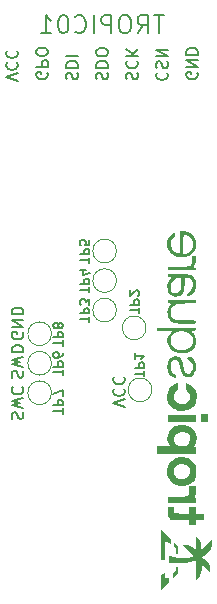
<source format=gbr>
%TF.GenerationSoftware,KiCad,Pcbnew,8.0.7+1*%
%TF.CreationDate,2025-02-11T11:57:01+01:00*%
%TF.ProjectId,ts13_dev_kit,74733133-5f64-4657-965f-6b69742e6b69,rev?*%
%TF.SameCoordinates,Original*%
%TF.FileFunction,Legend,Bot*%
%TF.FilePolarity,Positive*%
%FSLAX46Y46*%
G04 Gerber Fmt 4.6, Leading zero omitted, Abs format (unit mm)*
G04 Created by KiCad (PCBNEW 8.0.7+1) date 2025-02-11 11:57:01*
%MOMM*%
%LPD*%
G01*
G04 APERTURE LIST*
%ADD10C,0.150000*%
%ADD11C,0.200000*%
%ADD12C,0.120000*%
%ADD13C,0.000000*%
G04 APERTURE END LIST*
D10*
X122427800Y-88710839D02*
X122380180Y-88567982D01*
X122380180Y-88567982D02*
X122380180Y-88329887D01*
X122380180Y-88329887D02*
X122427800Y-88234649D01*
X122427800Y-88234649D02*
X122475419Y-88187030D01*
X122475419Y-88187030D02*
X122570657Y-88139411D01*
X122570657Y-88139411D02*
X122665895Y-88139411D01*
X122665895Y-88139411D02*
X122761133Y-88187030D01*
X122761133Y-88187030D02*
X122808752Y-88234649D01*
X122808752Y-88234649D02*
X122856371Y-88329887D01*
X122856371Y-88329887D02*
X122903990Y-88520363D01*
X122903990Y-88520363D02*
X122951609Y-88615601D01*
X122951609Y-88615601D02*
X122999228Y-88663220D01*
X122999228Y-88663220D02*
X123094466Y-88710839D01*
X123094466Y-88710839D02*
X123189704Y-88710839D01*
X123189704Y-88710839D02*
X123284942Y-88663220D01*
X123284942Y-88663220D02*
X123332561Y-88615601D01*
X123332561Y-88615601D02*
X123380180Y-88520363D01*
X123380180Y-88520363D02*
X123380180Y-88282268D01*
X123380180Y-88282268D02*
X123332561Y-88139411D01*
X123380180Y-87806077D02*
X122380180Y-87567982D01*
X122380180Y-87567982D02*
X123094466Y-87377506D01*
X123094466Y-87377506D02*
X122380180Y-87187030D01*
X122380180Y-87187030D02*
X123380180Y-86948935D01*
X122475419Y-85996554D02*
X122427800Y-86044173D01*
X122427800Y-86044173D02*
X122380180Y-86187030D01*
X122380180Y-86187030D02*
X122380180Y-86282268D01*
X122380180Y-86282268D02*
X122427800Y-86425125D01*
X122427800Y-86425125D02*
X122523038Y-86520363D01*
X122523038Y-86520363D02*
X122618276Y-86567982D01*
X122618276Y-86567982D02*
X122808752Y-86615601D01*
X122808752Y-86615601D02*
X122951609Y-86615601D01*
X122951609Y-86615601D02*
X123142085Y-86567982D01*
X123142085Y-86567982D02*
X123237323Y-86520363D01*
X123237323Y-86520363D02*
X123332561Y-86425125D01*
X123332561Y-86425125D02*
X123380180Y-86282268D01*
X123380180Y-86282268D02*
X123380180Y-86187030D01*
X123380180Y-86187030D02*
X123332561Y-86044173D01*
X123332561Y-86044173D02*
X123284942Y-85996554D01*
X132112800Y-59960839D02*
X132065180Y-59817982D01*
X132065180Y-59817982D02*
X132065180Y-59579887D01*
X132065180Y-59579887D02*
X132112800Y-59484649D01*
X132112800Y-59484649D02*
X132160419Y-59437030D01*
X132160419Y-59437030D02*
X132255657Y-59389411D01*
X132255657Y-59389411D02*
X132350895Y-59389411D01*
X132350895Y-59389411D02*
X132446133Y-59437030D01*
X132446133Y-59437030D02*
X132493752Y-59484649D01*
X132493752Y-59484649D02*
X132541371Y-59579887D01*
X132541371Y-59579887D02*
X132588990Y-59770363D01*
X132588990Y-59770363D02*
X132636609Y-59865601D01*
X132636609Y-59865601D02*
X132684228Y-59913220D01*
X132684228Y-59913220D02*
X132779466Y-59960839D01*
X132779466Y-59960839D02*
X132874704Y-59960839D01*
X132874704Y-59960839D02*
X132969942Y-59913220D01*
X132969942Y-59913220D02*
X133017561Y-59865601D01*
X133017561Y-59865601D02*
X133065180Y-59770363D01*
X133065180Y-59770363D02*
X133065180Y-59532268D01*
X133065180Y-59532268D02*
X133017561Y-59389411D01*
X132160419Y-58389411D02*
X132112800Y-58437030D01*
X132112800Y-58437030D02*
X132065180Y-58579887D01*
X132065180Y-58579887D02*
X132065180Y-58675125D01*
X132065180Y-58675125D02*
X132112800Y-58817982D01*
X132112800Y-58817982D02*
X132208038Y-58913220D01*
X132208038Y-58913220D02*
X132303276Y-58960839D01*
X132303276Y-58960839D02*
X132493752Y-59008458D01*
X132493752Y-59008458D02*
X132636609Y-59008458D01*
X132636609Y-59008458D02*
X132827085Y-58960839D01*
X132827085Y-58960839D02*
X132922323Y-58913220D01*
X132922323Y-58913220D02*
X133017561Y-58817982D01*
X133017561Y-58817982D02*
X133065180Y-58675125D01*
X133065180Y-58675125D02*
X133065180Y-58579887D01*
X133065180Y-58579887D02*
X133017561Y-58437030D01*
X133017561Y-58437030D02*
X132969942Y-58389411D01*
X132065180Y-57960839D02*
X133065180Y-57960839D01*
X132065180Y-57389411D02*
X132636609Y-57817982D01*
X133065180Y-57389411D02*
X132493752Y-57960839D01*
X122427800Y-85210839D02*
X122380180Y-85067982D01*
X122380180Y-85067982D02*
X122380180Y-84829887D01*
X122380180Y-84829887D02*
X122427800Y-84734649D01*
X122427800Y-84734649D02*
X122475419Y-84687030D01*
X122475419Y-84687030D02*
X122570657Y-84639411D01*
X122570657Y-84639411D02*
X122665895Y-84639411D01*
X122665895Y-84639411D02*
X122761133Y-84687030D01*
X122761133Y-84687030D02*
X122808752Y-84734649D01*
X122808752Y-84734649D02*
X122856371Y-84829887D01*
X122856371Y-84829887D02*
X122903990Y-85020363D01*
X122903990Y-85020363D02*
X122951609Y-85115601D01*
X122951609Y-85115601D02*
X122999228Y-85163220D01*
X122999228Y-85163220D02*
X123094466Y-85210839D01*
X123094466Y-85210839D02*
X123189704Y-85210839D01*
X123189704Y-85210839D02*
X123284942Y-85163220D01*
X123284942Y-85163220D02*
X123332561Y-85115601D01*
X123332561Y-85115601D02*
X123380180Y-85020363D01*
X123380180Y-85020363D02*
X123380180Y-84782268D01*
X123380180Y-84782268D02*
X123332561Y-84639411D01*
X123380180Y-84306077D02*
X122380180Y-84067982D01*
X122380180Y-84067982D02*
X123094466Y-83877506D01*
X123094466Y-83877506D02*
X122380180Y-83687030D01*
X122380180Y-83687030D02*
X123380180Y-83448935D01*
X122380180Y-83067982D02*
X123380180Y-83067982D01*
X123380180Y-83067982D02*
X123380180Y-82829887D01*
X123380180Y-82829887D02*
X123332561Y-82687030D01*
X123332561Y-82687030D02*
X123237323Y-82591792D01*
X123237323Y-82591792D02*
X123142085Y-82544173D01*
X123142085Y-82544173D02*
X122951609Y-82496554D01*
X122951609Y-82496554D02*
X122808752Y-82496554D01*
X122808752Y-82496554D02*
X122618276Y-82544173D01*
X122618276Y-82544173D02*
X122523038Y-82591792D01*
X122523038Y-82591792D02*
X122427800Y-82687030D01*
X122427800Y-82687030D02*
X122380180Y-82829887D01*
X122380180Y-82829887D02*
X122380180Y-83067982D01*
X131980180Y-87716077D02*
X130980180Y-87382744D01*
X130980180Y-87382744D02*
X131980180Y-87049411D01*
X131075419Y-86144649D02*
X131027800Y-86192268D01*
X131027800Y-86192268D02*
X130980180Y-86335125D01*
X130980180Y-86335125D02*
X130980180Y-86430363D01*
X130980180Y-86430363D02*
X131027800Y-86573220D01*
X131027800Y-86573220D02*
X131123038Y-86668458D01*
X131123038Y-86668458D02*
X131218276Y-86716077D01*
X131218276Y-86716077D02*
X131408752Y-86763696D01*
X131408752Y-86763696D02*
X131551609Y-86763696D01*
X131551609Y-86763696D02*
X131742085Y-86716077D01*
X131742085Y-86716077D02*
X131837323Y-86668458D01*
X131837323Y-86668458D02*
X131932561Y-86573220D01*
X131932561Y-86573220D02*
X131980180Y-86430363D01*
X131980180Y-86430363D02*
X131980180Y-86335125D01*
X131980180Y-86335125D02*
X131932561Y-86192268D01*
X131932561Y-86192268D02*
X131884942Y-86144649D01*
X131075419Y-85144649D02*
X131027800Y-85192268D01*
X131027800Y-85192268D02*
X130980180Y-85335125D01*
X130980180Y-85335125D02*
X130980180Y-85430363D01*
X130980180Y-85430363D02*
X131027800Y-85573220D01*
X131027800Y-85573220D02*
X131123038Y-85668458D01*
X131123038Y-85668458D02*
X131218276Y-85716077D01*
X131218276Y-85716077D02*
X131408752Y-85763696D01*
X131408752Y-85763696D02*
X131551609Y-85763696D01*
X131551609Y-85763696D02*
X131742085Y-85716077D01*
X131742085Y-85716077D02*
X131837323Y-85668458D01*
X131837323Y-85668458D02*
X131932561Y-85573220D01*
X131932561Y-85573220D02*
X131980180Y-85430363D01*
X131980180Y-85430363D02*
X131980180Y-85335125D01*
X131980180Y-85335125D02*
X131932561Y-85192268D01*
X131932561Y-85192268D02*
X131884942Y-85144649D01*
X138097561Y-59389411D02*
X138145180Y-59484649D01*
X138145180Y-59484649D02*
X138145180Y-59627506D01*
X138145180Y-59627506D02*
X138097561Y-59770363D01*
X138097561Y-59770363D02*
X138002323Y-59865601D01*
X138002323Y-59865601D02*
X137907085Y-59913220D01*
X137907085Y-59913220D02*
X137716609Y-59960839D01*
X137716609Y-59960839D02*
X137573752Y-59960839D01*
X137573752Y-59960839D02*
X137383276Y-59913220D01*
X137383276Y-59913220D02*
X137288038Y-59865601D01*
X137288038Y-59865601D02*
X137192800Y-59770363D01*
X137192800Y-59770363D02*
X137145180Y-59627506D01*
X137145180Y-59627506D02*
X137145180Y-59532268D01*
X137145180Y-59532268D02*
X137192800Y-59389411D01*
X137192800Y-59389411D02*
X137240419Y-59341792D01*
X137240419Y-59341792D02*
X137573752Y-59341792D01*
X137573752Y-59341792D02*
X137573752Y-59532268D01*
X137145180Y-58913220D02*
X138145180Y-58913220D01*
X138145180Y-58913220D02*
X137145180Y-58341792D01*
X137145180Y-58341792D02*
X138145180Y-58341792D01*
X137145180Y-57865601D02*
X138145180Y-57865601D01*
X138145180Y-57865601D02*
X138145180Y-57627506D01*
X138145180Y-57627506D02*
X138097561Y-57484649D01*
X138097561Y-57484649D02*
X138002323Y-57389411D01*
X138002323Y-57389411D02*
X137907085Y-57341792D01*
X137907085Y-57341792D02*
X137716609Y-57294173D01*
X137716609Y-57294173D02*
X137573752Y-57294173D01*
X137573752Y-57294173D02*
X137383276Y-57341792D01*
X137383276Y-57341792D02*
X137288038Y-57389411D01*
X137288038Y-57389411D02*
X137192800Y-57484649D01*
X137192800Y-57484649D02*
X137145180Y-57627506D01*
X137145180Y-57627506D02*
X137145180Y-57865601D01*
D11*
X135249999Y-54556028D02*
X134392857Y-54556028D01*
X134821428Y-56056028D02*
X134821428Y-54556028D01*
X133035714Y-56056028D02*
X133535714Y-55341742D01*
X133892857Y-56056028D02*
X133892857Y-54556028D01*
X133892857Y-54556028D02*
X133321428Y-54556028D01*
X133321428Y-54556028D02*
X133178571Y-54627457D01*
X133178571Y-54627457D02*
X133107142Y-54698885D01*
X133107142Y-54698885D02*
X133035714Y-54841742D01*
X133035714Y-54841742D02*
X133035714Y-55056028D01*
X133035714Y-55056028D02*
X133107142Y-55198885D01*
X133107142Y-55198885D02*
X133178571Y-55270314D01*
X133178571Y-55270314D02*
X133321428Y-55341742D01*
X133321428Y-55341742D02*
X133892857Y-55341742D01*
X132107142Y-54556028D02*
X131821428Y-54556028D01*
X131821428Y-54556028D02*
X131678571Y-54627457D01*
X131678571Y-54627457D02*
X131535714Y-54770314D01*
X131535714Y-54770314D02*
X131464285Y-55056028D01*
X131464285Y-55056028D02*
X131464285Y-55556028D01*
X131464285Y-55556028D02*
X131535714Y-55841742D01*
X131535714Y-55841742D02*
X131678571Y-55984600D01*
X131678571Y-55984600D02*
X131821428Y-56056028D01*
X131821428Y-56056028D02*
X132107142Y-56056028D01*
X132107142Y-56056028D02*
X132250000Y-55984600D01*
X132250000Y-55984600D02*
X132392857Y-55841742D01*
X132392857Y-55841742D02*
X132464285Y-55556028D01*
X132464285Y-55556028D02*
X132464285Y-55056028D01*
X132464285Y-55056028D02*
X132392857Y-54770314D01*
X132392857Y-54770314D02*
X132250000Y-54627457D01*
X132250000Y-54627457D02*
X132107142Y-54556028D01*
X130821428Y-56056028D02*
X130821428Y-54556028D01*
X130821428Y-54556028D02*
X130249999Y-54556028D01*
X130249999Y-54556028D02*
X130107142Y-54627457D01*
X130107142Y-54627457D02*
X130035713Y-54698885D01*
X130035713Y-54698885D02*
X129964285Y-54841742D01*
X129964285Y-54841742D02*
X129964285Y-55056028D01*
X129964285Y-55056028D02*
X130035713Y-55198885D01*
X130035713Y-55198885D02*
X130107142Y-55270314D01*
X130107142Y-55270314D02*
X130249999Y-55341742D01*
X130249999Y-55341742D02*
X130821428Y-55341742D01*
X129321428Y-56056028D02*
X129321428Y-54556028D01*
X127749999Y-55913171D02*
X127821427Y-55984600D01*
X127821427Y-55984600D02*
X128035713Y-56056028D01*
X128035713Y-56056028D02*
X128178570Y-56056028D01*
X128178570Y-56056028D02*
X128392856Y-55984600D01*
X128392856Y-55984600D02*
X128535713Y-55841742D01*
X128535713Y-55841742D02*
X128607142Y-55698885D01*
X128607142Y-55698885D02*
X128678570Y-55413171D01*
X128678570Y-55413171D02*
X128678570Y-55198885D01*
X128678570Y-55198885D02*
X128607142Y-54913171D01*
X128607142Y-54913171D02*
X128535713Y-54770314D01*
X128535713Y-54770314D02*
X128392856Y-54627457D01*
X128392856Y-54627457D02*
X128178570Y-54556028D01*
X128178570Y-54556028D02*
X128035713Y-54556028D01*
X128035713Y-54556028D02*
X127821427Y-54627457D01*
X127821427Y-54627457D02*
X127749999Y-54698885D01*
X126821427Y-54556028D02*
X126678570Y-54556028D01*
X126678570Y-54556028D02*
X126535713Y-54627457D01*
X126535713Y-54627457D02*
X126464285Y-54698885D01*
X126464285Y-54698885D02*
X126392856Y-54841742D01*
X126392856Y-54841742D02*
X126321427Y-55127457D01*
X126321427Y-55127457D02*
X126321427Y-55484600D01*
X126321427Y-55484600D02*
X126392856Y-55770314D01*
X126392856Y-55770314D02*
X126464285Y-55913171D01*
X126464285Y-55913171D02*
X126535713Y-55984600D01*
X126535713Y-55984600D02*
X126678570Y-56056028D01*
X126678570Y-56056028D02*
X126821427Y-56056028D01*
X126821427Y-56056028D02*
X126964285Y-55984600D01*
X126964285Y-55984600D02*
X127035713Y-55913171D01*
X127035713Y-55913171D02*
X127107142Y-55770314D01*
X127107142Y-55770314D02*
X127178570Y-55484600D01*
X127178570Y-55484600D02*
X127178570Y-55127457D01*
X127178570Y-55127457D02*
X127107142Y-54841742D01*
X127107142Y-54841742D02*
X127035713Y-54698885D01*
X127035713Y-54698885D02*
X126964285Y-54627457D01*
X126964285Y-54627457D02*
X126821427Y-54556028D01*
X124892856Y-56056028D02*
X125749999Y-56056028D01*
X125321428Y-56056028D02*
X125321428Y-54556028D01*
X125321428Y-54556028D02*
X125464285Y-54770314D01*
X125464285Y-54770314D02*
X125607142Y-54913171D01*
X125607142Y-54913171D02*
X125749999Y-54984600D01*
D10*
X129572800Y-59960839D02*
X129525180Y-59817982D01*
X129525180Y-59817982D02*
X129525180Y-59579887D01*
X129525180Y-59579887D02*
X129572800Y-59484649D01*
X129572800Y-59484649D02*
X129620419Y-59437030D01*
X129620419Y-59437030D02*
X129715657Y-59389411D01*
X129715657Y-59389411D02*
X129810895Y-59389411D01*
X129810895Y-59389411D02*
X129906133Y-59437030D01*
X129906133Y-59437030D02*
X129953752Y-59484649D01*
X129953752Y-59484649D02*
X130001371Y-59579887D01*
X130001371Y-59579887D02*
X130048990Y-59770363D01*
X130048990Y-59770363D02*
X130096609Y-59865601D01*
X130096609Y-59865601D02*
X130144228Y-59913220D01*
X130144228Y-59913220D02*
X130239466Y-59960839D01*
X130239466Y-59960839D02*
X130334704Y-59960839D01*
X130334704Y-59960839D02*
X130429942Y-59913220D01*
X130429942Y-59913220D02*
X130477561Y-59865601D01*
X130477561Y-59865601D02*
X130525180Y-59770363D01*
X130525180Y-59770363D02*
X130525180Y-59532268D01*
X130525180Y-59532268D02*
X130477561Y-59389411D01*
X129525180Y-58960839D02*
X130525180Y-58960839D01*
X130525180Y-58960839D02*
X130525180Y-58722744D01*
X130525180Y-58722744D02*
X130477561Y-58579887D01*
X130477561Y-58579887D02*
X130382323Y-58484649D01*
X130382323Y-58484649D02*
X130287085Y-58437030D01*
X130287085Y-58437030D02*
X130096609Y-58389411D01*
X130096609Y-58389411D02*
X129953752Y-58389411D01*
X129953752Y-58389411D02*
X129763276Y-58437030D01*
X129763276Y-58437030D02*
X129668038Y-58484649D01*
X129668038Y-58484649D02*
X129572800Y-58579887D01*
X129572800Y-58579887D02*
X129525180Y-58722744D01*
X129525180Y-58722744D02*
X129525180Y-58960839D01*
X130525180Y-57770363D02*
X130525180Y-57579887D01*
X130525180Y-57579887D02*
X130477561Y-57484649D01*
X130477561Y-57484649D02*
X130382323Y-57389411D01*
X130382323Y-57389411D02*
X130191847Y-57341792D01*
X130191847Y-57341792D02*
X129858514Y-57341792D01*
X129858514Y-57341792D02*
X129668038Y-57389411D01*
X129668038Y-57389411D02*
X129572800Y-57484649D01*
X129572800Y-57484649D02*
X129525180Y-57579887D01*
X129525180Y-57579887D02*
X129525180Y-57770363D01*
X129525180Y-57770363D02*
X129572800Y-57865601D01*
X129572800Y-57865601D02*
X129668038Y-57960839D01*
X129668038Y-57960839D02*
X129858514Y-58008458D01*
X129858514Y-58008458D02*
X130191847Y-58008458D01*
X130191847Y-58008458D02*
X130382323Y-57960839D01*
X130382323Y-57960839D02*
X130477561Y-57865601D01*
X130477561Y-57865601D02*
X130525180Y-57770363D01*
X122905180Y-60094599D02*
X121905180Y-59761266D01*
X121905180Y-59761266D02*
X122905180Y-59427933D01*
X122000419Y-58523171D02*
X121952800Y-58570790D01*
X121952800Y-58570790D02*
X121905180Y-58713647D01*
X121905180Y-58713647D02*
X121905180Y-58808885D01*
X121905180Y-58808885D02*
X121952800Y-58951742D01*
X121952800Y-58951742D02*
X122048038Y-59046980D01*
X122048038Y-59046980D02*
X122143276Y-59094599D01*
X122143276Y-59094599D02*
X122333752Y-59142218D01*
X122333752Y-59142218D02*
X122476609Y-59142218D01*
X122476609Y-59142218D02*
X122667085Y-59094599D01*
X122667085Y-59094599D02*
X122762323Y-59046980D01*
X122762323Y-59046980D02*
X122857561Y-58951742D01*
X122857561Y-58951742D02*
X122905180Y-58808885D01*
X122905180Y-58808885D02*
X122905180Y-58713647D01*
X122905180Y-58713647D02*
X122857561Y-58570790D01*
X122857561Y-58570790D02*
X122809942Y-58523171D01*
X122000419Y-57523171D02*
X121952800Y-57570790D01*
X121952800Y-57570790D02*
X121905180Y-57713647D01*
X121905180Y-57713647D02*
X121905180Y-57808885D01*
X121905180Y-57808885D02*
X121952800Y-57951742D01*
X121952800Y-57951742D02*
X122048038Y-58046980D01*
X122048038Y-58046980D02*
X122143276Y-58094599D01*
X122143276Y-58094599D02*
X122333752Y-58142218D01*
X122333752Y-58142218D02*
X122476609Y-58142218D01*
X122476609Y-58142218D02*
X122667085Y-58094599D01*
X122667085Y-58094599D02*
X122762323Y-58046980D01*
X122762323Y-58046980D02*
X122857561Y-57951742D01*
X122857561Y-57951742D02*
X122905180Y-57808885D01*
X122905180Y-57808885D02*
X122905180Y-57713647D01*
X122905180Y-57713647D02*
X122857561Y-57570790D01*
X122857561Y-57570790D02*
X122809942Y-57523171D01*
X127032800Y-59960839D02*
X126985180Y-59817982D01*
X126985180Y-59817982D02*
X126985180Y-59579887D01*
X126985180Y-59579887D02*
X127032800Y-59484649D01*
X127032800Y-59484649D02*
X127080419Y-59437030D01*
X127080419Y-59437030D02*
X127175657Y-59389411D01*
X127175657Y-59389411D02*
X127270895Y-59389411D01*
X127270895Y-59389411D02*
X127366133Y-59437030D01*
X127366133Y-59437030D02*
X127413752Y-59484649D01*
X127413752Y-59484649D02*
X127461371Y-59579887D01*
X127461371Y-59579887D02*
X127508990Y-59770363D01*
X127508990Y-59770363D02*
X127556609Y-59865601D01*
X127556609Y-59865601D02*
X127604228Y-59913220D01*
X127604228Y-59913220D02*
X127699466Y-59960839D01*
X127699466Y-59960839D02*
X127794704Y-59960839D01*
X127794704Y-59960839D02*
X127889942Y-59913220D01*
X127889942Y-59913220D02*
X127937561Y-59865601D01*
X127937561Y-59865601D02*
X127985180Y-59770363D01*
X127985180Y-59770363D02*
X127985180Y-59532268D01*
X127985180Y-59532268D02*
X127937561Y-59389411D01*
X126985180Y-58960839D02*
X127985180Y-58960839D01*
X127985180Y-58960839D02*
X127985180Y-58722744D01*
X127985180Y-58722744D02*
X127937561Y-58579887D01*
X127937561Y-58579887D02*
X127842323Y-58484649D01*
X127842323Y-58484649D02*
X127747085Y-58437030D01*
X127747085Y-58437030D02*
X127556609Y-58389411D01*
X127556609Y-58389411D02*
X127413752Y-58389411D01*
X127413752Y-58389411D02*
X127223276Y-58437030D01*
X127223276Y-58437030D02*
X127128038Y-58484649D01*
X127128038Y-58484649D02*
X127032800Y-58579887D01*
X127032800Y-58579887D02*
X126985180Y-58722744D01*
X126985180Y-58722744D02*
X126985180Y-58960839D01*
X126985180Y-57960839D02*
X127985180Y-57960839D01*
X123332561Y-81389411D02*
X123380180Y-81484649D01*
X123380180Y-81484649D02*
X123380180Y-81627506D01*
X123380180Y-81627506D02*
X123332561Y-81770363D01*
X123332561Y-81770363D02*
X123237323Y-81865601D01*
X123237323Y-81865601D02*
X123142085Y-81913220D01*
X123142085Y-81913220D02*
X122951609Y-81960839D01*
X122951609Y-81960839D02*
X122808752Y-81960839D01*
X122808752Y-81960839D02*
X122618276Y-81913220D01*
X122618276Y-81913220D02*
X122523038Y-81865601D01*
X122523038Y-81865601D02*
X122427800Y-81770363D01*
X122427800Y-81770363D02*
X122380180Y-81627506D01*
X122380180Y-81627506D02*
X122380180Y-81532268D01*
X122380180Y-81532268D02*
X122427800Y-81389411D01*
X122427800Y-81389411D02*
X122475419Y-81341792D01*
X122475419Y-81341792D02*
X122808752Y-81341792D01*
X122808752Y-81341792D02*
X122808752Y-81532268D01*
X122380180Y-80913220D02*
X123380180Y-80913220D01*
X123380180Y-80913220D02*
X122380180Y-80341792D01*
X122380180Y-80341792D02*
X123380180Y-80341792D01*
X122380180Y-79865601D02*
X123380180Y-79865601D01*
X123380180Y-79865601D02*
X123380180Y-79627506D01*
X123380180Y-79627506D02*
X123332561Y-79484649D01*
X123332561Y-79484649D02*
X123237323Y-79389411D01*
X123237323Y-79389411D02*
X123142085Y-79341792D01*
X123142085Y-79341792D02*
X122951609Y-79294173D01*
X122951609Y-79294173D02*
X122808752Y-79294173D01*
X122808752Y-79294173D02*
X122618276Y-79341792D01*
X122618276Y-79341792D02*
X122523038Y-79389411D01*
X122523038Y-79389411D02*
X122427800Y-79484649D01*
X122427800Y-79484649D02*
X122380180Y-79627506D01*
X122380180Y-79627506D02*
X122380180Y-79865601D01*
X134700419Y-59400963D02*
X134652800Y-59448582D01*
X134652800Y-59448582D02*
X134605180Y-59591439D01*
X134605180Y-59591439D02*
X134605180Y-59686677D01*
X134605180Y-59686677D02*
X134652800Y-59829534D01*
X134652800Y-59829534D02*
X134748038Y-59924772D01*
X134748038Y-59924772D02*
X134843276Y-59972391D01*
X134843276Y-59972391D02*
X135033752Y-60020010D01*
X135033752Y-60020010D02*
X135176609Y-60020010D01*
X135176609Y-60020010D02*
X135367085Y-59972391D01*
X135367085Y-59972391D02*
X135462323Y-59924772D01*
X135462323Y-59924772D02*
X135557561Y-59829534D01*
X135557561Y-59829534D02*
X135605180Y-59686677D01*
X135605180Y-59686677D02*
X135605180Y-59591439D01*
X135605180Y-59591439D02*
X135557561Y-59448582D01*
X135557561Y-59448582D02*
X135509942Y-59400963D01*
X134652800Y-59020010D02*
X134605180Y-58877153D01*
X134605180Y-58877153D02*
X134605180Y-58639058D01*
X134605180Y-58639058D02*
X134652800Y-58543820D01*
X134652800Y-58543820D02*
X134700419Y-58496201D01*
X134700419Y-58496201D02*
X134795657Y-58448582D01*
X134795657Y-58448582D02*
X134890895Y-58448582D01*
X134890895Y-58448582D02*
X134986133Y-58496201D01*
X134986133Y-58496201D02*
X135033752Y-58543820D01*
X135033752Y-58543820D02*
X135081371Y-58639058D01*
X135081371Y-58639058D02*
X135128990Y-58829534D01*
X135128990Y-58829534D02*
X135176609Y-58924772D01*
X135176609Y-58924772D02*
X135224228Y-58972391D01*
X135224228Y-58972391D02*
X135319466Y-59020010D01*
X135319466Y-59020010D02*
X135414704Y-59020010D01*
X135414704Y-59020010D02*
X135509942Y-58972391D01*
X135509942Y-58972391D02*
X135557561Y-58924772D01*
X135557561Y-58924772D02*
X135605180Y-58829534D01*
X135605180Y-58829534D02*
X135605180Y-58591439D01*
X135605180Y-58591439D02*
X135557561Y-58448582D01*
X134605180Y-58020010D02*
X135605180Y-58020010D01*
X135605180Y-58020010D02*
X134605180Y-57448582D01*
X134605180Y-57448582D02*
X135605180Y-57448582D01*
X125397561Y-59389411D02*
X125445180Y-59484649D01*
X125445180Y-59484649D02*
X125445180Y-59627506D01*
X125445180Y-59627506D02*
X125397561Y-59770363D01*
X125397561Y-59770363D02*
X125302323Y-59865601D01*
X125302323Y-59865601D02*
X125207085Y-59913220D01*
X125207085Y-59913220D02*
X125016609Y-59960839D01*
X125016609Y-59960839D02*
X124873752Y-59960839D01*
X124873752Y-59960839D02*
X124683276Y-59913220D01*
X124683276Y-59913220D02*
X124588038Y-59865601D01*
X124588038Y-59865601D02*
X124492800Y-59770363D01*
X124492800Y-59770363D02*
X124445180Y-59627506D01*
X124445180Y-59627506D02*
X124445180Y-59532268D01*
X124445180Y-59532268D02*
X124492800Y-59389411D01*
X124492800Y-59389411D02*
X124540419Y-59341792D01*
X124540419Y-59341792D02*
X124873752Y-59341792D01*
X124873752Y-59341792D02*
X124873752Y-59532268D01*
X124445180Y-58913220D02*
X125445180Y-58913220D01*
X125445180Y-58913220D02*
X125445180Y-58532268D01*
X125445180Y-58532268D02*
X125397561Y-58437030D01*
X125397561Y-58437030D02*
X125349942Y-58389411D01*
X125349942Y-58389411D02*
X125254704Y-58341792D01*
X125254704Y-58341792D02*
X125111847Y-58341792D01*
X125111847Y-58341792D02*
X125016609Y-58389411D01*
X125016609Y-58389411D02*
X124968990Y-58437030D01*
X124968990Y-58437030D02*
X124921371Y-58532268D01*
X124921371Y-58532268D02*
X124921371Y-58913220D01*
X125445180Y-57722744D02*
X125445180Y-57532268D01*
X125445180Y-57532268D02*
X125397561Y-57437030D01*
X125397561Y-57437030D02*
X125302323Y-57341792D01*
X125302323Y-57341792D02*
X125111847Y-57294173D01*
X125111847Y-57294173D02*
X124778514Y-57294173D01*
X124778514Y-57294173D02*
X124588038Y-57341792D01*
X124588038Y-57341792D02*
X124492800Y-57437030D01*
X124492800Y-57437030D02*
X124445180Y-57532268D01*
X124445180Y-57532268D02*
X124445180Y-57722744D01*
X124445180Y-57722744D02*
X124492800Y-57817982D01*
X124492800Y-57817982D02*
X124588038Y-57913220D01*
X124588038Y-57913220D02*
X124778514Y-57960839D01*
X124778514Y-57960839D02*
X125111847Y-57960839D01*
X125111847Y-57960839D02*
X125302323Y-57913220D01*
X125302323Y-57913220D02*
X125397561Y-57817982D01*
X125397561Y-57817982D02*
X125445180Y-57722744D01*
X126687704Y-85009523D02*
X126687704Y-84552380D01*
X125887704Y-84780952D02*
X126687704Y-84780952D01*
X125887704Y-84285713D02*
X126687704Y-84285713D01*
X126687704Y-84285713D02*
X126687704Y-83980951D01*
X126687704Y-83980951D02*
X126649609Y-83904761D01*
X126649609Y-83904761D02*
X126611514Y-83866666D01*
X126611514Y-83866666D02*
X126535323Y-83828570D01*
X126535323Y-83828570D02*
X126421038Y-83828570D01*
X126421038Y-83828570D02*
X126344847Y-83866666D01*
X126344847Y-83866666D02*
X126306752Y-83904761D01*
X126306752Y-83904761D02*
X126268657Y-83980951D01*
X126268657Y-83980951D02*
X126268657Y-84285713D01*
X126687704Y-83142856D02*
X126687704Y-83295237D01*
X126687704Y-83295237D02*
X126649609Y-83371428D01*
X126649609Y-83371428D02*
X126611514Y-83409523D01*
X126611514Y-83409523D02*
X126497228Y-83485713D01*
X126497228Y-83485713D02*
X126344847Y-83523809D01*
X126344847Y-83523809D02*
X126040085Y-83523809D01*
X126040085Y-83523809D02*
X125963895Y-83485713D01*
X125963895Y-83485713D02*
X125925800Y-83447618D01*
X125925800Y-83447618D02*
X125887704Y-83371428D01*
X125887704Y-83371428D02*
X125887704Y-83219047D01*
X125887704Y-83219047D02*
X125925800Y-83142856D01*
X125925800Y-83142856D02*
X125963895Y-83104761D01*
X125963895Y-83104761D02*
X126040085Y-83066666D01*
X126040085Y-83066666D02*
X126230561Y-83066666D01*
X126230561Y-83066666D02*
X126306752Y-83104761D01*
X126306752Y-83104761D02*
X126344847Y-83142856D01*
X126344847Y-83142856D02*
X126382942Y-83219047D01*
X126382942Y-83219047D02*
X126382942Y-83371428D01*
X126382942Y-83371428D02*
X126344847Y-83447618D01*
X126344847Y-83447618D02*
X126306752Y-83485713D01*
X126306752Y-83485713D02*
X126230561Y-83523809D01*
X133187704Y-79759523D02*
X133187704Y-79302380D01*
X132387704Y-79530952D02*
X133187704Y-79530952D01*
X132387704Y-79035713D02*
X133187704Y-79035713D01*
X133187704Y-79035713D02*
X133187704Y-78730951D01*
X133187704Y-78730951D02*
X133149609Y-78654761D01*
X133149609Y-78654761D02*
X133111514Y-78616666D01*
X133111514Y-78616666D02*
X133035323Y-78578570D01*
X133035323Y-78578570D02*
X132921038Y-78578570D01*
X132921038Y-78578570D02*
X132844847Y-78616666D01*
X132844847Y-78616666D02*
X132806752Y-78654761D01*
X132806752Y-78654761D02*
X132768657Y-78730951D01*
X132768657Y-78730951D02*
X132768657Y-79035713D01*
X133111514Y-78273809D02*
X133149609Y-78235713D01*
X133149609Y-78235713D02*
X133187704Y-78159523D01*
X133187704Y-78159523D02*
X133187704Y-77969047D01*
X133187704Y-77969047D02*
X133149609Y-77892856D01*
X133149609Y-77892856D02*
X133111514Y-77854761D01*
X133111514Y-77854761D02*
X133035323Y-77816666D01*
X133035323Y-77816666D02*
X132959133Y-77816666D01*
X132959133Y-77816666D02*
X132844847Y-77854761D01*
X132844847Y-77854761D02*
X132387704Y-78311904D01*
X132387704Y-78311904D02*
X132387704Y-77816666D01*
X128937704Y-78009523D02*
X128937704Y-77552380D01*
X128137704Y-77780952D02*
X128937704Y-77780952D01*
X128137704Y-77285713D02*
X128937704Y-77285713D01*
X128937704Y-77285713D02*
X128937704Y-76980951D01*
X128937704Y-76980951D02*
X128899609Y-76904761D01*
X128899609Y-76904761D02*
X128861514Y-76866666D01*
X128861514Y-76866666D02*
X128785323Y-76828570D01*
X128785323Y-76828570D02*
X128671038Y-76828570D01*
X128671038Y-76828570D02*
X128594847Y-76866666D01*
X128594847Y-76866666D02*
X128556752Y-76904761D01*
X128556752Y-76904761D02*
X128518657Y-76980951D01*
X128518657Y-76980951D02*
X128518657Y-77285713D01*
X128671038Y-76142856D02*
X128137704Y-76142856D01*
X128975800Y-76333332D02*
X128404371Y-76523809D01*
X128404371Y-76523809D02*
X128404371Y-76028570D01*
X128937704Y-75509523D02*
X128937704Y-75052380D01*
X128137704Y-75280952D02*
X128937704Y-75280952D01*
X128137704Y-74785713D02*
X128937704Y-74785713D01*
X128937704Y-74785713D02*
X128937704Y-74480951D01*
X128937704Y-74480951D02*
X128899609Y-74404761D01*
X128899609Y-74404761D02*
X128861514Y-74366666D01*
X128861514Y-74366666D02*
X128785323Y-74328570D01*
X128785323Y-74328570D02*
X128671038Y-74328570D01*
X128671038Y-74328570D02*
X128594847Y-74366666D01*
X128594847Y-74366666D02*
X128556752Y-74404761D01*
X128556752Y-74404761D02*
X128518657Y-74480951D01*
X128518657Y-74480951D02*
X128518657Y-74785713D01*
X128937704Y-73604761D02*
X128937704Y-73985713D01*
X128937704Y-73985713D02*
X128556752Y-74023809D01*
X128556752Y-74023809D02*
X128594847Y-73985713D01*
X128594847Y-73985713D02*
X128632942Y-73909523D01*
X128632942Y-73909523D02*
X128632942Y-73719047D01*
X128632942Y-73719047D02*
X128594847Y-73642856D01*
X128594847Y-73642856D02*
X128556752Y-73604761D01*
X128556752Y-73604761D02*
X128480561Y-73566666D01*
X128480561Y-73566666D02*
X128290085Y-73566666D01*
X128290085Y-73566666D02*
X128213895Y-73604761D01*
X128213895Y-73604761D02*
X128175800Y-73642856D01*
X128175800Y-73642856D02*
X128137704Y-73719047D01*
X128137704Y-73719047D02*
X128137704Y-73909523D01*
X128137704Y-73909523D02*
X128175800Y-73985713D01*
X128175800Y-73985713D02*
X128213895Y-74023809D01*
X126687704Y-88259523D02*
X126687704Y-87802380D01*
X125887704Y-88030952D02*
X126687704Y-88030952D01*
X125887704Y-87535713D02*
X126687704Y-87535713D01*
X126687704Y-87535713D02*
X126687704Y-87230951D01*
X126687704Y-87230951D02*
X126649609Y-87154761D01*
X126649609Y-87154761D02*
X126611514Y-87116666D01*
X126611514Y-87116666D02*
X126535323Y-87078570D01*
X126535323Y-87078570D02*
X126421038Y-87078570D01*
X126421038Y-87078570D02*
X126344847Y-87116666D01*
X126344847Y-87116666D02*
X126306752Y-87154761D01*
X126306752Y-87154761D02*
X126268657Y-87230951D01*
X126268657Y-87230951D02*
X126268657Y-87535713D01*
X126687704Y-86811904D02*
X126687704Y-86278570D01*
X126687704Y-86278570D02*
X125887704Y-86621428D01*
X126687704Y-82509523D02*
X126687704Y-82052380D01*
X125887704Y-82280952D02*
X126687704Y-82280952D01*
X125887704Y-81785713D02*
X126687704Y-81785713D01*
X126687704Y-81785713D02*
X126687704Y-81480951D01*
X126687704Y-81480951D02*
X126649609Y-81404761D01*
X126649609Y-81404761D02*
X126611514Y-81366666D01*
X126611514Y-81366666D02*
X126535323Y-81328570D01*
X126535323Y-81328570D02*
X126421038Y-81328570D01*
X126421038Y-81328570D02*
X126344847Y-81366666D01*
X126344847Y-81366666D02*
X126306752Y-81404761D01*
X126306752Y-81404761D02*
X126268657Y-81480951D01*
X126268657Y-81480951D02*
X126268657Y-81785713D01*
X126344847Y-80871428D02*
X126382942Y-80947618D01*
X126382942Y-80947618D02*
X126421038Y-80985713D01*
X126421038Y-80985713D02*
X126497228Y-81023809D01*
X126497228Y-81023809D02*
X126535323Y-81023809D01*
X126535323Y-81023809D02*
X126611514Y-80985713D01*
X126611514Y-80985713D02*
X126649609Y-80947618D01*
X126649609Y-80947618D02*
X126687704Y-80871428D01*
X126687704Y-80871428D02*
X126687704Y-80719047D01*
X126687704Y-80719047D02*
X126649609Y-80642856D01*
X126649609Y-80642856D02*
X126611514Y-80604761D01*
X126611514Y-80604761D02*
X126535323Y-80566666D01*
X126535323Y-80566666D02*
X126497228Y-80566666D01*
X126497228Y-80566666D02*
X126421038Y-80604761D01*
X126421038Y-80604761D02*
X126382942Y-80642856D01*
X126382942Y-80642856D02*
X126344847Y-80719047D01*
X126344847Y-80719047D02*
X126344847Y-80871428D01*
X126344847Y-80871428D02*
X126306752Y-80947618D01*
X126306752Y-80947618D02*
X126268657Y-80985713D01*
X126268657Y-80985713D02*
X126192466Y-81023809D01*
X126192466Y-81023809D02*
X126040085Y-81023809D01*
X126040085Y-81023809D02*
X125963895Y-80985713D01*
X125963895Y-80985713D02*
X125925800Y-80947618D01*
X125925800Y-80947618D02*
X125887704Y-80871428D01*
X125887704Y-80871428D02*
X125887704Y-80719047D01*
X125887704Y-80719047D02*
X125925800Y-80642856D01*
X125925800Y-80642856D02*
X125963895Y-80604761D01*
X125963895Y-80604761D02*
X126040085Y-80566666D01*
X126040085Y-80566666D02*
X126192466Y-80566666D01*
X126192466Y-80566666D02*
X126268657Y-80604761D01*
X126268657Y-80604761D02*
X126306752Y-80642856D01*
X126306752Y-80642856D02*
X126344847Y-80719047D01*
X128937704Y-80509523D02*
X128937704Y-80052380D01*
X128137704Y-80280952D02*
X128937704Y-80280952D01*
X128137704Y-79785713D02*
X128937704Y-79785713D01*
X128937704Y-79785713D02*
X128937704Y-79480951D01*
X128937704Y-79480951D02*
X128899609Y-79404761D01*
X128899609Y-79404761D02*
X128861514Y-79366666D01*
X128861514Y-79366666D02*
X128785323Y-79328570D01*
X128785323Y-79328570D02*
X128671038Y-79328570D01*
X128671038Y-79328570D02*
X128594847Y-79366666D01*
X128594847Y-79366666D02*
X128556752Y-79404761D01*
X128556752Y-79404761D02*
X128518657Y-79480951D01*
X128518657Y-79480951D02*
X128518657Y-79785713D01*
X128937704Y-79061904D02*
X128937704Y-78566666D01*
X128937704Y-78566666D02*
X128632942Y-78833332D01*
X128632942Y-78833332D02*
X128632942Y-78719047D01*
X128632942Y-78719047D02*
X128594847Y-78642856D01*
X128594847Y-78642856D02*
X128556752Y-78604761D01*
X128556752Y-78604761D02*
X128480561Y-78566666D01*
X128480561Y-78566666D02*
X128290085Y-78566666D01*
X128290085Y-78566666D02*
X128213895Y-78604761D01*
X128213895Y-78604761D02*
X128175800Y-78642856D01*
X128175800Y-78642856D02*
X128137704Y-78719047D01*
X128137704Y-78719047D02*
X128137704Y-78947618D01*
X128137704Y-78947618D02*
X128175800Y-79023809D01*
X128175800Y-79023809D02*
X128213895Y-79061904D01*
X133587704Y-85109523D02*
X133587704Y-84652380D01*
X132787704Y-84880952D02*
X133587704Y-84880952D01*
X132787704Y-84385713D02*
X133587704Y-84385713D01*
X133587704Y-84385713D02*
X133587704Y-84080951D01*
X133587704Y-84080951D02*
X133549609Y-84004761D01*
X133549609Y-84004761D02*
X133511514Y-83966666D01*
X133511514Y-83966666D02*
X133435323Y-83928570D01*
X133435323Y-83928570D02*
X133321038Y-83928570D01*
X133321038Y-83928570D02*
X133244847Y-83966666D01*
X133244847Y-83966666D02*
X133206752Y-84004761D01*
X133206752Y-84004761D02*
X133168657Y-84080951D01*
X133168657Y-84080951D02*
X133168657Y-84385713D01*
X132787704Y-83166666D02*
X132787704Y-83623809D01*
X132787704Y-83395237D02*
X133587704Y-83395237D01*
X133587704Y-83395237D02*
X133473419Y-83471428D01*
X133473419Y-83471428D02*
X133397228Y-83547618D01*
X133397228Y-83547618D02*
X133359133Y-83623809D01*
D12*
%TO.C,TP6*%
X125750000Y-84000000D02*
G75*
G02*
X123750000Y-84000000I-1000000J0D01*
G01*
X123750000Y-84000000D02*
G75*
G02*
X125750000Y-84000000I1000000J0D01*
G01*
%TO.C,TP2*%
X133750000Y-81000000D02*
G75*
G02*
X131750000Y-81000000I-1000000J0D01*
G01*
X131750000Y-81000000D02*
G75*
G02*
X133750000Y-81000000I1000000J0D01*
G01*
%TO.C,TP4*%
X131250000Y-77000000D02*
G75*
G02*
X129250000Y-77000000I-1000000J0D01*
G01*
X129250000Y-77000000D02*
G75*
G02*
X131250000Y-77000000I1000000J0D01*
G01*
D13*
%TO.C,G2*%
G36*
X138011127Y-88936145D02*
G01*
X135596937Y-88936145D01*
X135596937Y-88358100D01*
X138011127Y-88358100D01*
X138011127Y-88936145D01*
G37*
G36*
X138963202Y-88970148D02*
G01*
X138385157Y-88970148D01*
X138385157Y-88324097D01*
X138963202Y-88324097D01*
X138963202Y-88970148D01*
G37*
G36*
X135834956Y-98853662D02*
G01*
X135834956Y-99063311D01*
X135833686Y-99161400D01*
X135829757Y-99242014D01*
X135824096Y-99272959D01*
X135793915Y-99254504D01*
X135724468Y-99205614D01*
X135630940Y-99136949D01*
X135536950Y-99069571D01*
X135460359Y-99019909D01*
X135420783Y-99000938D01*
X135415334Y-99016715D01*
X135408111Y-99090797D01*
X135401941Y-99217159D01*
X135397142Y-99386508D01*
X135394029Y-99589553D01*
X135392921Y-99817002D01*
X135392921Y-100633066D01*
X135052894Y-100633066D01*
X135053650Y-98065864D01*
X135834956Y-98853662D01*
G37*
G36*
X136429061Y-101237471D02*
G01*
X136441509Y-101275354D01*
X136446250Y-101356706D01*
X136447004Y-101493794D01*
X136447004Y-101774285D01*
X136038972Y-102178059D01*
X136039204Y-101975108D01*
X136041856Y-101861527D01*
X136055934Y-101790375D01*
X136090983Y-101741669D01*
X136156549Y-101692408D01*
X136183678Y-101673350D01*
X136243173Y-101617943D01*
X136271902Y-101549720D01*
X136283827Y-101441117D01*
X136284528Y-101429779D01*
X136296931Y-101327090D01*
X136322732Y-101270889D01*
X136370498Y-101241439D01*
X136405187Y-101230787D01*
X136429061Y-101237471D01*
G37*
G36*
X135392921Y-101975599D02*
G01*
X135393012Y-101999916D01*
X135396324Y-102117336D01*
X135403443Y-102199961D01*
X135413060Y-102231192D01*
X135414054Y-102231123D01*
X135454280Y-102210190D01*
X135519653Y-102163187D01*
X135522534Y-102160934D01*
X135590619Y-102114418D01*
X135635525Y-102095181D01*
X135635909Y-102095201D01*
X135650550Y-102127690D01*
X135660972Y-102210254D01*
X135664943Y-102325408D01*
X135664943Y-102555635D01*
X135358918Y-102860242D01*
X135052894Y-103164848D01*
X135052894Y-101892311D01*
X135222908Y-101806159D01*
X135392921Y-101720006D01*
X135392921Y-101975599D01*
G37*
G36*
X136294780Y-99313483D02*
G01*
X136447004Y-99473017D01*
X136447004Y-99832024D01*
X136445320Y-99948092D01*
X136438818Y-100073721D01*
X136428566Y-100159370D01*
X136415782Y-100191032D01*
X136383190Y-100189596D01*
X136328417Y-100171363D01*
X136296153Y-100122324D01*
X136280858Y-100030163D01*
X136276991Y-99882566D01*
X136276964Y-99861649D01*
X136274165Y-99731559D01*
X136264260Y-99651610D01*
X136243712Y-99606014D01*
X136208985Y-99578983D01*
X136196728Y-99571759D01*
X136162122Y-99533372D01*
X136145639Y-99465181D01*
X136141768Y-99348269D01*
X136142556Y-99153950D01*
X136294780Y-99313483D01*
G37*
G36*
X138005813Y-94744855D02*
G01*
X138000041Y-94880004D01*
X137989949Y-94995705D01*
X137972486Y-95076303D01*
X137943453Y-95139802D01*
X137898650Y-95204203D01*
X137894230Y-95210010D01*
X137841663Y-95285956D01*
X137830382Y-95326562D01*
X137856147Y-95345962D01*
X137879726Y-95353381D01*
X137960123Y-95378585D01*
X137970046Y-95383118D01*
X137994537Y-95419786D01*
X138007397Y-95499111D01*
X138011127Y-95633606D01*
X138011127Y-95872691D01*
X135596937Y-95872691D01*
X135596937Y-95294646D01*
X136346088Y-95294646D01*
X136448928Y-95294527D01*
X136729210Y-95291512D01*
X136950631Y-95281577D01*
X137120102Y-95260947D01*
X137244536Y-95225850D01*
X137330846Y-95172512D01*
X137385942Y-95097160D01*
X137416739Y-94996021D01*
X137430148Y-94865321D01*
X137433082Y-94701288D01*
X137433082Y-94410576D01*
X138017500Y-94410576D01*
X138005813Y-94744855D01*
G37*
G36*
X137957670Y-75253271D02*
G01*
X137957531Y-75268826D01*
X137952993Y-75423716D01*
X137940680Y-75531940D01*
X137917007Y-75613103D01*
X137878390Y-75686805D01*
X137857843Y-75718389D01*
X137805847Y-75784702D01*
X137770335Y-75811112D01*
X137764259Y-75811721D01*
X137739106Y-75842960D01*
X137739410Y-75845356D01*
X137774344Y-75869624D01*
X137849615Y-75885463D01*
X137911622Y-75895329D01*
X137951511Y-75926605D01*
X137960123Y-75998127D01*
X137960123Y-76100135D01*
X135596937Y-76118017D01*
X135596937Y-75845115D01*
X136429315Y-75845115D01*
X136702416Y-75844210D01*
X136968728Y-75838956D01*
X137179545Y-75826089D01*
X137341637Y-75802360D01*
X137461775Y-75764524D01*
X137546732Y-75709333D01*
X137603279Y-75633538D01*
X137638187Y-75533894D01*
X137658228Y-75407153D01*
X137670174Y-75250068D01*
X137688102Y-74944044D01*
X137960123Y-74944044D01*
X137957670Y-75253271D01*
G37*
G36*
X137893825Y-96166159D02*
G01*
X137963074Y-96186193D01*
X137997739Y-96234811D01*
X138009772Y-96321239D01*
X138011127Y-96454701D01*
X138011127Y-96722758D01*
X138691181Y-96722758D01*
X138691181Y-97300804D01*
X138011127Y-97300804D01*
X138011127Y-97674833D01*
X137433082Y-97674833D01*
X137433082Y-97300804D01*
X136717671Y-97300804D01*
X136671133Y-97300793D01*
X136440191Y-97300101D01*
X136265101Y-97297724D01*
X136135509Y-97292811D01*
X136041061Y-97284513D01*
X135971404Y-97271979D01*
X135916184Y-97254359D01*
X135865048Y-97230804D01*
X135749884Y-97149010D01*
X135663134Y-97018287D01*
X135637844Y-96952792D01*
X135614251Y-96848815D01*
X135601660Y-96712935D01*
X135597684Y-96527243D01*
X135596937Y-96178716D01*
X136106977Y-96178716D01*
X136106977Y-96397805D01*
X136108661Y-96499870D01*
X136119400Y-96581232D01*
X136147616Y-96639913D01*
X136201732Y-96679617D01*
X136290167Y-96704048D01*
X136421343Y-96716913D01*
X136603680Y-96721914D01*
X136845601Y-96722758D01*
X137433082Y-96722758D01*
X137433082Y-96184756D01*
X137645598Y-96172583D01*
X137778038Y-96165484D01*
X137893825Y-96166159D01*
G37*
G36*
X137960123Y-78684338D02*
G01*
X137970331Y-78939358D01*
X137217168Y-78939548D01*
X137147596Y-78939708D01*
X136918664Y-78942272D01*
X136711416Y-78947595D01*
X136537431Y-78955205D01*
X136408288Y-78964632D01*
X136335566Y-78975405D01*
X136302153Y-78986737D01*
X136188655Y-79044167D01*
X136083709Y-79119435D01*
X135977842Y-79235061D01*
X135884415Y-79409001D01*
X135841201Y-79596831D01*
X135846063Y-79786769D01*
X135896864Y-79967034D01*
X135991470Y-80125844D01*
X136127743Y-80251417D01*
X136303549Y-80331972D01*
X136326289Y-80336510D01*
X136422671Y-80346336D01*
X136570517Y-80354778D01*
X136758264Y-80361384D01*
X136974347Y-80365703D01*
X137207202Y-80367281D01*
X137305409Y-80367351D01*
X137533025Y-80368180D01*
X137703201Y-80370377D01*
X137823687Y-80374497D01*
X137902234Y-80381092D01*
X137946595Y-80390714D01*
X137964520Y-80403918D01*
X137963761Y-80421256D01*
X137951542Y-80469164D01*
X137943122Y-80557266D01*
X137943122Y-80639492D01*
X137128333Y-80639492D01*
X136977352Y-80639370D01*
X136748961Y-80638236D01*
X136572981Y-80635329D01*
X136439339Y-80629945D01*
X136337961Y-80621381D01*
X136258776Y-80608935D01*
X136191711Y-80591903D01*
X136126693Y-80569582D01*
X136102246Y-80559772D01*
X135946132Y-80469490D01*
X135798886Y-80343009D01*
X135679279Y-80198862D01*
X135606083Y-80055579D01*
X135595198Y-80015071D01*
X135573749Y-79863682D01*
X135567794Y-79686445D01*
X135577472Y-79513459D01*
X135602922Y-79374825D01*
X135626277Y-79316470D01*
X135692057Y-79201327D01*
X135773868Y-79092581D01*
X135904827Y-78943805D01*
X135750882Y-78920719D01*
X135691912Y-78911171D01*
X135627006Y-78891061D01*
X135601419Y-78853488D01*
X135596937Y-78782045D01*
X135596937Y-78666456D01*
X137960123Y-78684338D01*
G37*
G36*
X136302493Y-80987696D02*
G01*
X137960123Y-80996520D01*
X137960123Y-81098201D01*
X137958392Y-81140934D01*
X137941032Y-81183798D01*
X137890670Y-81209081D01*
X137790110Y-81230126D01*
X137728350Y-81241660D01*
X137645658Y-81259340D01*
X137608196Y-81270689D01*
X137613626Y-81284775D01*
X137654403Y-81335318D01*
X137723032Y-81407747D01*
X137788209Y-81479932D01*
X137915286Y-81684833D01*
X137986156Y-81909760D01*
X138002121Y-82143597D01*
X137964482Y-82375232D01*
X137874541Y-82593548D01*
X137733599Y-82787433D01*
X137542956Y-82945772D01*
X137390944Y-83027834D01*
X137129321Y-83115660D01*
X136852557Y-83153373D01*
X136777895Y-83150310D01*
X136573826Y-83141938D01*
X136306303Y-83082319D01*
X136063162Y-82975480D01*
X135857577Y-82822387D01*
X135766624Y-82725615D01*
X135661477Y-82566553D01*
X135598861Y-82385002D01*
X135569901Y-82160542D01*
X135569733Y-82041575D01*
X135839082Y-82041575D01*
X135846527Y-82215535D01*
X135883186Y-82359270D01*
X135960549Y-82494487D01*
X136112851Y-82653198D01*
X136307063Y-82772900D01*
X136532354Y-82848955D01*
X136777895Y-82876726D01*
X137032856Y-82851575D01*
X137143131Y-82822637D01*
X137351874Y-82727004D01*
X137515064Y-82594629D01*
X137632188Y-82434694D01*
X137702730Y-82256381D01*
X137726176Y-82068872D01*
X137702012Y-81881349D01*
X137629724Y-81702993D01*
X137508796Y-81542988D01*
X137338715Y-81410514D01*
X137118965Y-81314754D01*
X136869142Y-81266171D01*
X136621535Y-81269893D01*
X136390238Y-81323302D01*
X136185773Y-81422691D01*
X136018661Y-81564353D01*
X135899420Y-81744579D01*
X135860037Y-81868185D01*
X135839082Y-82041575D01*
X135569733Y-82041575D01*
X135569624Y-81964186D01*
X135606501Y-81764541D01*
X135690473Y-81587661D01*
X135828301Y-81414011D01*
X135980273Y-81251540D01*
X134644862Y-81251540D01*
X134644862Y-80978872D01*
X136302493Y-80987696D01*
G37*
G36*
X136875853Y-91952239D02*
G01*
X137042675Y-91961863D01*
X137179265Y-91986452D01*
X137313019Y-92030238D01*
X137455723Y-92101467D01*
X137648111Y-92245527D01*
X137817284Y-92426142D01*
X137944282Y-92625436D01*
X137976100Y-92695167D01*
X138003026Y-92776921D01*
X138018739Y-92870822D01*
X138026102Y-92995474D01*
X138027976Y-93169479D01*
X138027978Y-93178985D01*
X138026329Y-93347561D01*
X138019292Y-93468279D01*
X138003673Y-93560344D01*
X137976282Y-93642960D01*
X137933925Y-93735334D01*
X137867523Y-93852699D01*
X137694316Y-94061719D01*
X137478040Y-94224740D01*
X137226831Y-94337570D01*
X136948824Y-94396016D01*
X136762212Y-94395935D01*
X136652152Y-94395888D01*
X136394660Y-94342496D01*
X136145295Y-94232040D01*
X135929969Y-94073533D01*
X135756508Y-93874280D01*
X135632738Y-93641583D01*
X135566486Y-93382747D01*
X135562147Y-93346606D01*
X135558348Y-93150867D01*
X136115471Y-93150867D01*
X136127094Y-93343041D01*
X136180813Y-93493976D01*
X136281620Y-93618391D01*
X136380974Y-93690951D01*
X136561126Y-93764946D01*
X136762212Y-93796730D01*
X136965918Y-93785992D01*
X137153934Y-93732425D01*
X137307945Y-93635719D01*
X137312509Y-93631545D01*
X137425562Y-93484196D01*
X137486158Y-93310651D01*
X137495517Y-93125930D01*
X137454857Y-92945056D01*
X137365398Y-92783050D01*
X137228357Y-92654934D01*
X137220957Y-92650132D01*
X137049243Y-92575551D01*
X136849187Y-92542539D01*
X136646238Y-92552676D01*
X136465845Y-92607544D01*
X136421058Y-92631930D01*
X136306342Y-92714171D01*
X136217913Y-92803012D01*
X136165004Y-92886181D01*
X136131214Y-92989582D01*
X136116318Y-93131057D01*
X136115471Y-93150867D01*
X135558348Y-93150867D01*
X135556200Y-93040225D01*
X135610127Y-92765038D01*
X135724588Y-92518905D01*
X135900241Y-92299690D01*
X135945357Y-92256041D01*
X136126674Y-92113188D01*
X136319066Y-92019132D01*
X136539272Y-91967426D01*
X136804032Y-91951624D01*
X136875853Y-91952239D01*
G37*
G36*
X136858714Y-89259246D02*
G01*
X137023072Y-89261535D01*
X137142027Y-89269011D01*
X137233342Y-89284339D01*
X137314782Y-89310182D01*
X137404110Y-89349209D01*
X137487201Y-89391780D01*
X137707804Y-89549964D01*
X137875586Y-89746532D01*
X137986770Y-89976209D01*
X138037576Y-90233720D01*
X138037773Y-90236486D01*
X138043421Y-90435463D01*
X138024535Y-90592647D01*
X137975857Y-90731200D01*
X137892127Y-90874284D01*
X137875092Y-90899748D01*
X137820998Y-90988986D01*
X137809978Y-91040373D01*
X137844272Y-91067811D01*
X137926121Y-91085200D01*
X137941079Y-91088434D01*
X137969692Y-91107190D01*
X137987228Y-91152106D01*
X137997421Y-91237131D01*
X138004002Y-91376213D01*
X138013878Y-91656359D01*
X136804032Y-91656359D01*
X134644862Y-91656359D01*
X134644862Y-91044311D01*
X135809248Y-91044311D01*
X135752971Y-90967805D01*
X135690265Y-90872103D01*
X135589215Y-90633795D01*
X135555524Y-90415078D01*
X136104463Y-90415078D01*
X136121285Y-90587925D01*
X136179749Y-90738287D01*
X136262351Y-90849001D01*
X136401230Y-90957170D01*
X136578662Y-91019645D01*
X136804032Y-91040978D01*
X136960952Y-91030358D01*
X137163052Y-90971757D01*
X137322000Y-90866532D01*
X137432879Y-90719826D01*
X137490772Y-90536782D01*
X137490764Y-90322544D01*
X137451730Y-90177527D01*
X137352167Y-90028477D01*
X137198028Y-89918390D01*
X136991047Y-89848908D01*
X136956880Y-89842289D01*
X136718406Y-89827409D01*
X136506359Y-89870621D01*
X136326425Y-89969989D01*
X136184293Y-90123576D01*
X136129083Y-90246440D01*
X136104463Y-90415078D01*
X135555524Y-90415078D01*
X135550194Y-90380476D01*
X135574109Y-90123025D01*
X135661863Y-89872321D01*
X135681162Y-89834464D01*
X135814715Y-89633664D01*
X135985247Y-89476087D01*
X136207434Y-89347616D01*
X136229810Y-89337246D01*
X136314791Y-89302148D01*
X136397021Y-89279413D01*
X136494183Y-89266420D01*
X136623959Y-89260546D01*
X136804032Y-89259171D01*
X136858714Y-89259246D01*
G37*
G36*
X137228089Y-85705611D02*
G01*
X137331698Y-85743095D01*
X137505801Y-85832438D01*
X137669062Y-85943609D01*
X137793537Y-86059138D01*
X137881472Y-86176247D01*
X137979831Y-86376989D01*
X138030641Y-86606910D01*
X138037766Y-86878983D01*
X138036298Y-86908345D01*
X138009994Y-87142390D01*
X137954554Y-87334161D01*
X137861905Y-87504069D01*
X137723976Y-87672528D01*
X137668008Y-87728325D01*
X137445571Y-87889593D01*
X137186192Y-87996171D01*
X136896002Y-88045297D01*
X136718529Y-88046406D01*
X136433781Y-88001844D01*
X136177466Y-87902844D01*
X135956063Y-87754214D01*
X135776052Y-87560761D01*
X135643914Y-87327294D01*
X135566129Y-87058621D01*
X135565936Y-87057486D01*
X135548679Y-86778114D01*
X135588899Y-86506623D01*
X135683042Y-86256827D01*
X135827552Y-86042544D01*
X135915030Y-85960592D01*
X136062107Y-85856689D01*
X136226147Y-85766170D01*
X136379975Y-85705611D01*
X136481007Y-85676635D01*
X136481007Y-85977995D01*
X136480788Y-86042211D01*
X136477367Y-86166289D01*
X136467745Y-86241337D01*
X136449304Y-86280994D01*
X136419428Y-86298898D01*
X136395400Y-86310404D01*
X136323104Y-86362985D01*
X136241981Y-86437988D01*
X136182530Y-86504692D01*
X136144068Y-86571987D01*
X136124498Y-86657556D01*
X136114735Y-86786264D01*
X136113280Y-86819076D01*
X136114258Y-86950043D01*
X136131931Y-87042867D01*
X136170277Y-87121564D01*
X136170624Y-87122115D01*
X136304781Y-87276544D01*
X136474339Y-87383382D01*
X136665992Y-87441977D01*
X136866436Y-87451682D01*
X137062366Y-87411848D01*
X137240479Y-87321824D01*
X137387469Y-87180961D01*
X137402007Y-87160730D01*
X137472788Y-87007886D01*
X137501344Y-86834950D01*
X137486302Y-86665211D01*
X137426291Y-86521955D01*
X137415262Y-86506425D01*
X137329571Y-86410112D01*
X137237607Y-86334940D01*
X137232514Y-86331729D01*
X137182468Y-86297241D01*
X137151969Y-86260421D01*
X137136078Y-86204851D01*
X137129857Y-86114111D01*
X137128367Y-85971785D01*
X137127058Y-85676635D01*
X137228089Y-85705611D01*
G37*
G36*
X136908604Y-72839167D02*
G01*
X137016302Y-72844015D01*
X137276425Y-72892755D01*
X137502960Y-72996479D01*
X137705062Y-73158862D01*
X137833590Y-73308091D01*
X137925823Y-73476326D01*
X137976444Y-73669777D01*
X137992572Y-73906962D01*
X137991874Y-74001358D01*
X137982311Y-74143532D01*
X137958393Y-74256654D01*
X137915899Y-74365998D01*
X137909621Y-74379396D01*
X137771070Y-74594225D01*
X137580901Y-74776841D01*
X137352068Y-74914638D01*
X137270009Y-74950204D01*
X137177229Y-74981435D01*
X137079894Y-74999315D01*
X136956872Y-75007378D01*
X136923042Y-75007733D01*
X136787031Y-75009159D01*
X136783656Y-75009156D01*
X136599776Y-75005696D01*
X136462096Y-74993918D01*
X136349355Y-74970886D01*
X136240290Y-74933664D01*
X136186217Y-74910644D01*
X135957332Y-74771612D01*
X135772646Y-74586850D01*
X135639003Y-74364649D01*
X135563245Y-74113303D01*
X135552227Y-74031324D01*
X135556475Y-73761910D01*
X135621028Y-73509172D01*
X135741483Y-73282176D01*
X135913435Y-73089987D01*
X136132479Y-72941671D01*
X136242988Y-72885135D01*
X136242988Y-73038320D01*
X136240725Y-73105254D01*
X136223330Y-73178894D01*
X136177910Y-73245942D01*
X136091841Y-73330827D01*
X135970615Y-73472679D01*
X135877817Y-73665424D01*
X135840227Y-73872328D01*
X135856642Y-74081274D01*
X135925857Y-74280145D01*
X136046669Y-74456824D01*
X136217872Y-74599194D01*
X136251644Y-74618872D01*
X136386117Y-74677748D01*
X136504577Y-74702101D01*
X136631181Y-74706025D01*
X136632377Y-73918057D01*
X136923042Y-73918057D01*
X136923042Y-74749800D01*
X137067553Y-74717476D01*
X137076092Y-74715524D01*
X137295440Y-74633360D01*
X137474753Y-74504508D01*
X137609569Y-74338855D01*
X137695421Y-74146290D01*
X137727847Y-73936700D01*
X137702380Y-73719973D01*
X137614558Y-73505997D01*
X137561939Y-73428448D01*
X137436867Y-73298519D01*
X137292371Y-73197118D01*
X137150590Y-73141632D01*
X137058199Y-73121708D01*
X136982546Y-73103069D01*
X136964393Y-73101687D01*
X136950052Y-73114314D01*
X136939458Y-73148784D01*
X136932050Y-73212791D01*
X136927266Y-73314029D01*
X136924545Y-73460190D01*
X136923324Y-73658968D01*
X136923042Y-73918057D01*
X136632377Y-73918057D01*
X136632600Y-73770951D01*
X136634019Y-72835878D01*
X136908604Y-72839167D01*
G37*
G36*
X138143943Y-98762919D02*
G01*
X138163994Y-98784105D01*
X138312748Y-98994855D01*
X138402967Y-99239973D01*
X138434408Y-99518825D01*
X138436161Y-99781691D01*
X138861667Y-99357312D01*
X138982927Y-99237561D01*
X139108950Y-99115888D01*
X139212056Y-99019403D01*
X139283955Y-98955839D01*
X139316362Y-98932932D01*
X139322049Y-98939322D01*
X139331051Y-98995746D01*
X139334081Y-99097900D01*
X139330413Y-99230456D01*
X139323778Y-99333595D01*
X139305255Y-99478119D01*
X139273095Y-99595266D01*
X139221422Y-99710937D01*
X139145831Y-99836110D01*
X138995849Y-100020945D01*
X138820839Y-100182939D01*
X138641908Y-100300614D01*
X138481392Y-100382190D01*
X138617019Y-100471944D01*
X138700562Y-100531134D01*
X138914138Y-100729477D01*
X139071181Y-100955421D01*
X139168073Y-101202811D01*
X139201194Y-101465494D01*
X139201221Y-101702875D01*
X138865523Y-101368437D01*
X138529825Y-101033998D01*
X138514879Y-101335072D01*
X138503401Y-101470682D01*
X138441423Y-101752291D01*
X138328194Y-101993527D01*
X138161519Y-102199761D01*
X138011127Y-102347359D01*
X138011127Y-101503576D01*
X138011126Y-101483377D01*
X138010816Y-101226797D01*
X138009569Y-101030123D01*
X138006835Y-100885780D01*
X138002065Y-100786193D01*
X137994708Y-100723788D01*
X137984216Y-100690991D01*
X137970037Y-100680228D01*
X137951623Y-100683924D01*
X137820773Y-100734448D01*
X137505604Y-100833411D01*
X137180950Y-100900730D01*
X136828516Y-100939648D01*
X136430003Y-100953403D01*
X136352554Y-100953511D01*
X136170840Y-100951404D01*
X136012719Y-100946390D01*
X135892990Y-100939044D01*
X135826455Y-100929942D01*
X135732948Y-100903792D01*
X135732948Y-100577777D01*
X135733732Y-100440867D01*
X135737821Y-100341530D01*
X135747472Y-100288689D01*
X135764932Y-100270974D01*
X135792453Y-100277018D01*
X136105457Y-100393855D01*
X136496655Y-100489641D01*
X136880712Y-100523269D01*
X137267522Y-100495422D01*
X137666981Y-100406787D01*
X137849876Y-100353672D01*
X137365058Y-99867988D01*
X136880240Y-99382303D01*
X136987386Y-99358770D01*
X137080211Y-99347486D01*
X137271323Y-99367414D01*
X137469376Y-99434076D01*
X137657487Y-99539082D01*
X137818775Y-99674038D01*
X137936358Y-99830550D01*
X137944797Y-99845736D01*
X137962825Y-99873025D01*
X137976277Y-99877223D01*
X137986188Y-99850847D01*
X137993594Y-99786416D01*
X137999529Y-99676446D01*
X138005029Y-99513455D01*
X138011127Y-99289961D01*
X138028129Y-98643910D01*
X138143943Y-98762919D01*
G37*
G36*
X136506509Y-76463635D02*
G01*
X136743822Y-76466668D01*
X136970524Y-76470670D01*
X137145027Y-76475685D01*
X137275919Y-76482330D01*
X137371784Y-76491222D01*
X137441210Y-76502978D01*
X137492783Y-76518215D01*
X137535090Y-76537551D01*
X137705341Y-76650182D01*
X137856323Y-76815994D01*
X137953733Y-77020788D01*
X138000725Y-77269521D01*
X138005161Y-77400531D01*
X137972757Y-77651729D01*
X137887637Y-77870806D01*
X137753860Y-78051444D01*
X137575487Y-78187324D01*
X137356576Y-78272129D01*
X137330928Y-78277992D01*
X137284357Y-78279137D01*
X137266173Y-78244668D01*
X137263068Y-78158401D01*
X137263070Y-78155951D01*
X137270055Y-78065172D01*
X137301843Y-78014083D01*
X137375165Y-77975362D01*
X137475533Y-77917426D01*
X137597445Y-77788283D01*
X137680793Y-77619986D01*
X137719634Y-77426020D01*
X137708027Y-77219870D01*
X137650585Y-77042780D01*
X137542619Y-76896226D01*
X137389893Y-76800276D01*
X137195063Y-76757325D01*
X137042051Y-76746185D01*
X137022265Y-77222223D01*
X137013291Y-77400026D01*
X136995309Y-77611560D01*
X136968948Y-77775890D01*
X136931262Y-77905327D01*
X136879304Y-78012184D01*
X136810129Y-78108771D01*
X136786536Y-78135945D01*
X136628705Y-78263549D01*
X136448020Y-78336184D01*
X136345077Y-78346633D01*
X136256611Y-78355613D01*
X136066608Y-78323602D01*
X135890143Y-78241914D01*
X135739346Y-78112316D01*
X135626349Y-77936571D01*
X135616544Y-77913398D01*
X135577168Y-77755485D01*
X135564428Y-77545248D01*
X135564816Y-77531352D01*
X135837056Y-77531352D01*
X135850783Y-77705868D01*
X135893318Y-77847596D01*
X135962539Y-77938146D01*
X136080980Y-78021208D01*
X136216942Y-78070119D01*
X136345077Y-78072272D01*
X136453669Y-78031431D01*
X136587858Y-77924231D01*
X136688548Y-77768938D01*
X136710333Y-77713483D01*
X136730698Y-77630797D01*
X136743457Y-77523015D01*
X136750140Y-77375855D01*
X136752281Y-77175038D01*
X136753028Y-76719821D01*
X136563497Y-76742097D01*
X136396247Y-76773807D01*
X136185637Y-76861880D01*
X136020623Y-76999662D01*
X135899618Y-77188220D01*
X135894927Y-77198692D01*
X135851862Y-77352731D01*
X135837056Y-77531352D01*
X135564816Y-77531352D01*
X135567242Y-77444511D01*
X135599247Y-77237846D01*
X135673097Y-77061047D01*
X135796480Y-76892486D01*
X135866593Y-76808926D01*
X135896450Y-76757648D01*
X135882428Y-76734427D01*
X135826455Y-76728720D01*
X135766531Y-76726702D01*
X135664581Y-76706019D01*
X135611915Y-76656514D01*
X135596937Y-76570178D01*
X135596937Y-76453106D01*
X136506509Y-76463635D01*
G37*
G36*
X136359831Y-83408608D02*
G01*
X136366989Y-83409713D01*
X136501322Y-83446000D01*
X136611473Y-83512820D01*
X136702427Y-83617668D01*
X136779171Y-83768036D01*
X136846693Y-83971418D01*
X136909979Y-84235308D01*
X136948798Y-84413837D01*
X136983284Y-84553545D01*
X137015259Y-84651123D01*
X137049953Y-84719382D01*
X137092600Y-84771133D01*
X137148430Y-84819184D01*
X137155908Y-84824934D01*
X137278236Y-84884235D01*
X137397145Y-84884300D01*
X137506445Y-84833322D01*
X137599944Y-84739495D01*
X137671452Y-84611013D01*
X137714779Y-84456070D01*
X137723734Y-84282859D01*
X137692126Y-84099573D01*
X137681865Y-84067027D01*
X137600936Y-83902700D01*
X137488988Y-83781488D01*
X137356576Y-83715473D01*
X137297729Y-83693271D01*
X137269399Y-83648777D01*
X137263068Y-83560036D01*
X137263078Y-83553550D01*
X137268669Y-83470734D01*
X137293167Y-83435241D01*
X137349167Y-83427712D01*
X137396387Y-83430953D01*
X137550712Y-83480263D01*
X137700689Y-83579459D01*
X137830653Y-83716277D01*
X137924940Y-83878455D01*
X137953983Y-83962135D01*
X137993536Y-84166244D01*
X138002661Y-84382573D01*
X137978736Y-84577084D01*
X137943510Y-84695706D01*
X137842930Y-84894700D01*
X137704984Y-85040919D01*
X137533319Y-85131067D01*
X137331583Y-85161848D01*
X137291755Y-85161132D01*
X137125952Y-85137318D01*
X136990205Y-85075410D01*
X136879670Y-84969476D01*
X136789504Y-84813582D01*
X136714863Y-84601799D01*
X136650904Y-84328193D01*
X136634046Y-84245017D01*
X136587071Y-84047437D01*
X136538446Y-83904224D01*
X136483095Y-83805402D01*
X136415944Y-83740996D01*
X136331921Y-83701029D01*
X136283947Y-83686981D01*
X136194540Y-83681275D01*
X136098277Y-83715074D01*
X136066684Y-83731252D01*
X135965370Y-83809813D01*
X135899087Y-83919604D01*
X135862921Y-84071850D01*
X135851957Y-84277778D01*
X135853354Y-84359927D01*
X135874935Y-84561865D01*
X135926152Y-84713561D01*
X136011573Y-84825131D01*
X136135762Y-84906693D01*
X136171649Y-84924429D01*
X136241564Y-84969299D01*
X136270982Y-85021782D01*
X136276991Y-85105993D01*
X136276859Y-85135784D01*
X136270415Y-85203649D01*
X136243968Y-85224293D01*
X136183483Y-85213916D01*
X136081055Y-85181762D01*
X135880756Y-85070725D01*
X135724114Y-84909722D01*
X135617045Y-84704077D01*
X135615074Y-84698372D01*
X135586036Y-84564498D01*
X135570100Y-84391025D01*
X135567656Y-84203745D01*
X135579092Y-84028448D01*
X135604796Y-83890927D01*
X135628344Y-83832609D01*
X135702125Y-83711014D01*
X135800311Y-83592328D01*
X135877140Y-83520069D01*
X136016488Y-83432354D01*
X136170616Y-83397423D01*
X136359831Y-83408608D01*
G37*
D12*
%TO.C,TP5*%
X131250000Y-74500000D02*
G75*
G02*
X129250000Y-74500000I-1000000J0D01*
G01*
X129250000Y-74500000D02*
G75*
G02*
X131250000Y-74500000I1000000J0D01*
G01*
%TO.C,TP7*%
X125750000Y-86500000D02*
G75*
G02*
X123750000Y-86500000I-1000000J0D01*
G01*
X123750000Y-86500000D02*
G75*
G02*
X125750000Y-86500000I1000000J0D01*
G01*
%TO.C,TP8*%
X125750000Y-81500000D02*
G75*
G02*
X123750000Y-81500000I-1000000J0D01*
G01*
X123750000Y-81500000D02*
G75*
G02*
X125750000Y-81500000I1000000J0D01*
G01*
%TO.C,TP3*%
X131250000Y-79500000D02*
G75*
G02*
X129250000Y-79500000I-1000000J0D01*
G01*
X129250000Y-79500000D02*
G75*
G02*
X131250000Y-79500000I1000000J0D01*
G01*
%TO.C,TP1*%
X134250000Y-86250000D02*
G75*
G02*
X132250000Y-86250000I-1000000J0D01*
G01*
X132250000Y-86250000D02*
G75*
G02*
X134250000Y-86250000I1000000J0D01*
G01*
%TD*%
M02*

</source>
